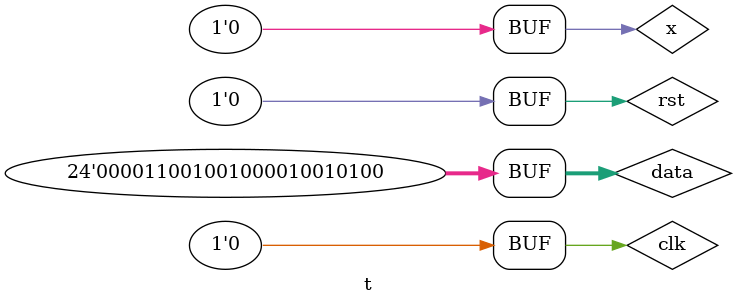
<source format=v>
`timescale 1ns/1ns
`define halfperiod 20

module t;
reg clk,rst;
reg [23:0] data;
wire z,x;
assign x=data[23];

initial begin
    clk=0;
    rst=1;
    #2 rst=0;
    #30 rst=10;
    data= 20'b1100_1001_0000_1001_0100;
    
end
endmodule
</source>
